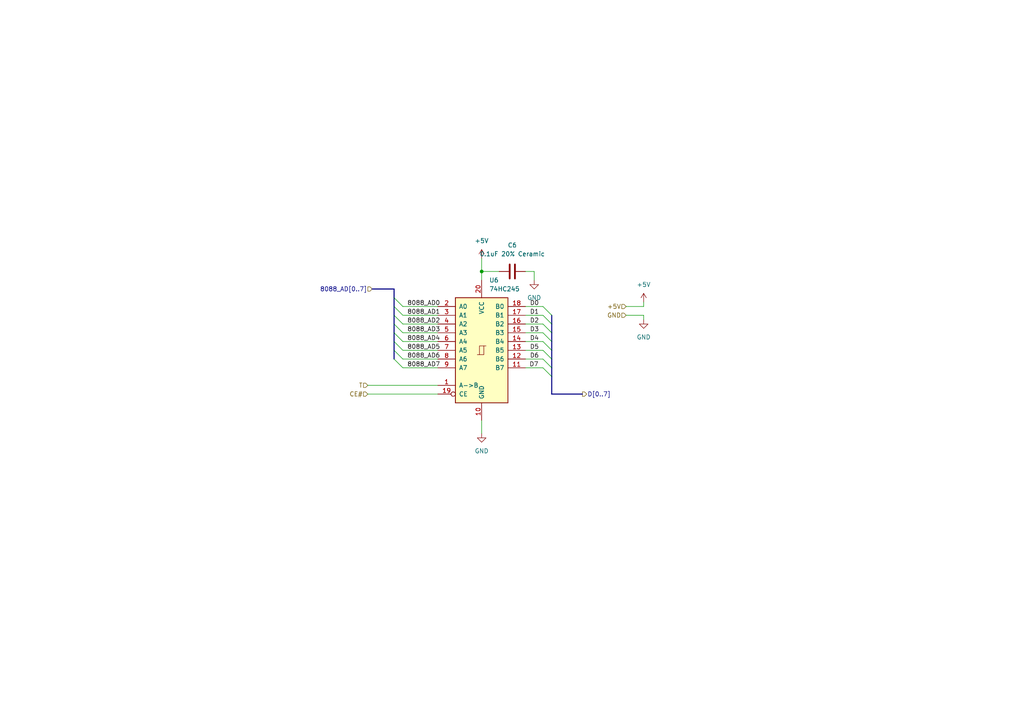
<source format=kicad_sch>
(kicad_sch
	(version 20231120)
	(generator "eeschema")
	(generator_version "8.0")
	(uuid "068e9c68-2006-4104-9f69-e761bed596f4")
	(paper "A4")
	(lib_symbols
		(symbol "74xx:74HC245"
			(pin_names
				(offset 1.016)
			)
			(exclude_from_sim no)
			(in_bom yes)
			(on_board yes)
			(property "Reference" "U"
				(at -7.62 16.51 0)
				(effects
					(font
						(size 1.27 1.27)
					)
				)
			)
			(property "Value" "74HC245"
				(at -7.62 -16.51 0)
				(effects
					(font
						(size 1.27 1.27)
					)
				)
			)
			(property "Footprint" ""
				(at 0 0 0)
				(effects
					(font
						(size 1.27 1.27)
					)
					(hide yes)
				)
			)
			(property "Datasheet" "http://www.ti.com/lit/gpn/sn74HC245"
				(at 0 0 0)
				(effects
					(font
						(size 1.27 1.27)
					)
					(hide yes)
				)
			)
			(property "Description" "Octal BUS Transceivers, 3-State outputs"
				(at 0 0 0)
				(effects
					(font
						(size 1.27 1.27)
					)
					(hide yes)
				)
			)
			(property "ki_locked" ""
				(at 0 0 0)
				(effects
					(font
						(size 1.27 1.27)
					)
				)
			)
			(property "ki_keywords" "HCMOS BUS 3State"
				(at 0 0 0)
				(effects
					(font
						(size 1.27 1.27)
					)
					(hide yes)
				)
			)
			(property "ki_fp_filters" "DIP?20*"
				(at 0 0 0)
				(effects
					(font
						(size 1.27 1.27)
					)
					(hide yes)
				)
			)
			(symbol "74HC245_1_0"
				(polyline
					(pts
						(xy -0.635 -1.27) (xy -0.635 1.27) (xy 0.635 1.27)
					)
					(stroke
						(width 0)
						(type default)
					)
					(fill
						(type none)
					)
				)
				(polyline
					(pts
						(xy -1.27 -1.27) (xy 0.635 -1.27) (xy 0.635 1.27) (xy 1.27 1.27)
					)
					(stroke
						(width 0)
						(type default)
					)
					(fill
						(type none)
					)
				)
				(pin input line
					(at -12.7 -10.16 0)
					(length 5.08)
					(name "A->B"
						(effects
							(font
								(size 1.27 1.27)
							)
						)
					)
					(number "1"
						(effects
							(font
								(size 1.27 1.27)
							)
						)
					)
				)
				(pin power_in line
					(at 0 -20.32 90)
					(length 5.08)
					(name "GND"
						(effects
							(font
								(size 1.27 1.27)
							)
						)
					)
					(number "10"
						(effects
							(font
								(size 1.27 1.27)
							)
						)
					)
				)
				(pin tri_state line
					(at 12.7 -5.08 180)
					(length 5.08)
					(name "B7"
						(effects
							(font
								(size 1.27 1.27)
							)
						)
					)
					(number "11"
						(effects
							(font
								(size 1.27 1.27)
							)
						)
					)
				)
				(pin tri_state line
					(at 12.7 -2.54 180)
					(length 5.08)
					(name "B6"
						(effects
							(font
								(size 1.27 1.27)
							)
						)
					)
					(number "12"
						(effects
							(font
								(size 1.27 1.27)
							)
						)
					)
				)
				(pin tri_state line
					(at 12.7 0 180)
					(length 5.08)
					(name "B5"
						(effects
							(font
								(size 1.27 1.27)
							)
						)
					)
					(number "13"
						(effects
							(font
								(size 1.27 1.27)
							)
						)
					)
				)
				(pin tri_state line
					(at 12.7 2.54 180)
					(length 5.08)
					(name "B4"
						(effects
							(font
								(size 1.27 1.27)
							)
						)
					)
					(number "14"
						(effects
							(font
								(size 1.27 1.27)
							)
						)
					)
				)
				(pin tri_state line
					(at 12.7 5.08 180)
					(length 5.08)
					(name "B3"
						(effects
							(font
								(size 1.27 1.27)
							)
						)
					)
					(number "15"
						(effects
							(font
								(size 1.27 1.27)
							)
						)
					)
				)
				(pin tri_state line
					(at 12.7 7.62 180)
					(length 5.08)
					(name "B2"
						(effects
							(font
								(size 1.27 1.27)
							)
						)
					)
					(number "16"
						(effects
							(font
								(size 1.27 1.27)
							)
						)
					)
				)
				(pin tri_state line
					(at 12.7 10.16 180)
					(length 5.08)
					(name "B1"
						(effects
							(font
								(size 1.27 1.27)
							)
						)
					)
					(number "17"
						(effects
							(font
								(size 1.27 1.27)
							)
						)
					)
				)
				(pin tri_state line
					(at 12.7 12.7 180)
					(length 5.08)
					(name "B0"
						(effects
							(font
								(size 1.27 1.27)
							)
						)
					)
					(number "18"
						(effects
							(font
								(size 1.27 1.27)
							)
						)
					)
				)
				(pin input inverted
					(at -12.7 -12.7 0)
					(length 5.08)
					(name "CE"
						(effects
							(font
								(size 1.27 1.27)
							)
						)
					)
					(number "19"
						(effects
							(font
								(size 1.27 1.27)
							)
						)
					)
				)
				(pin tri_state line
					(at -12.7 12.7 0)
					(length 5.08)
					(name "A0"
						(effects
							(font
								(size 1.27 1.27)
							)
						)
					)
					(number "2"
						(effects
							(font
								(size 1.27 1.27)
							)
						)
					)
				)
				(pin power_in line
					(at 0 20.32 270)
					(length 5.08)
					(name "VCC"
						(effects
							(font
								(size 1.27 1.27)
							)
						)
					)
					(number "20"
						(effects
							(font
								(size 1.27 1.27)
							)
						)
					)
				)
				(pin tri_state line
					(at -12.7 10.16 0)
					(length 5.08)
					(name "A1"
						(effects
							(font
								(size 1.27 1.27)
							)
						)
					)
					(number "3"
						(effects
							(font
								(size 1.27 1.27)
							)
						)
					)
				)
				(pin tri_state line
					(at -12.7 7.62 0)
					(length 5.08)
					(name "A2"
						(effects
							(font
								(size 1.27 1.27)
							)
						)
					)
					(number "4"
						(effects
							(font
								(size 1.27 1.27)
							)
						)
					)
				)
				(pin tri_state line
					(at -12.7 5.08 0)
					(length 5.08)
					(name "A3"
						(effects
							(font
								(size 1.27 1.27)
							)
						)
					)
					(number "5"
						(effects
							(font
								(size 1.27 1.27)
							)
						)
					)
				)
				(pin tri_state line
					(at -12.7 2.54 0)
					(length 5.08)
					(name "A4"
						(effects
							(font
								(size 1.27 1.27)
							)
						)
					)
					(number "6"
						(effects
							(font
								(size 1.27 1.27)
							)
						)
					)
				)
				(pin tri_state line
					(at -12.7 0 0)
					(length 5.08)
					(name "A5"
						(effects
							(font
								(size 1.27 1.27)
							)
						)
					)
					(number "7"
						(effects
							(font
								(size 1.27 1.27)
							)
						)
					)
				)
				(pin tri_state line
					(at -12.7 -2.54 0)
					(length 5.08)
					(name "A6"
						(effects
							(font
								(size 1.27 1.27)
							)
						)
					)
					(number "8"
						(effects
							(font
								(size 1.27 1.27)
							)
						)
					)
				)
				(pin tri_state line
					(at -12.7 -5.08 0)
					(length 5.08)
					(name "A7"
						(effects
							(font
								(size 1.27 1.27)
							)
						)
					)
					(number "9"
						(effects
							(font
								(size 1.27 1.27)
							)
						)
					)
				)
			)
			(symbol "74HC245_1_1"
				(rectangle
					(start -7.62 15.24)
					(end 7.62 -15.24)
					(stroke
						(width 0.254)
						(type default)
					)
					(fill
						(type background)
					)
				)
			)
		)
		(symbol "Device:C"
			(pin_numbers hide)
			(pin_names
				(offset 0.254)
			)
			(exclude_from_sim no)
			(in_bom yes)
			(on_board yes)
			(property "Reference" "C"
				(at 0.635 2.54 0)
				(effects
					(font
						(size 1.27 1.27)
					)
					(justify left)
				)
			)
			(property "Value" "C"
				(at 0.635 -2.54 0)
				(effects
					(font
						(size 1.27 1.27)
					)
					(justify left)
				)
			)
			(property "Footprint" ""
				(at 0.9652 -3.81 0)
				(effects
					(font
						(size 1.27 1.27)
					)
					(hide yes)
				)
			)
			(property "Datasheet" "~"
				(at 0 0 0)
				(effects
					(font
						(size 1.27 1.27)
					)
					(hide yes)
				)
			)
			(property "Description" "Unpolarized capacitor"
				(at 0 0 0)
				(effects
					(font
						(size 1.27 1.27)
					)
					(hide yes)
				)
			)
			(property "ki_keywords" "cap capacitor"
				(at 0 0 0)
				(effects
					(font
						(size 1.27 1.27)
					)
					(hide yes)
				)
			)
			(property "ki_fp_filters" "C_*"
				(at 0 0 0)
				(effects
					(font
						(size 1.27 1.27)
					)
					(hide yes)
				)
			)
			(symbol "C_0_1"
				(polyline
					(pts
						(xy -2.032 -0.762) (xy 2.032 -0.762)
					)
					(stroke
						(width 0.508)
						(type default)
					)
					(fill
						(type none)
					)
				)
				(polyline
					(pts
						(xy -2.032 0.762) (xy 2.032 0.762)
					)
					(stroke
						(width 0.508)
						(type default)
					)
					(fill
						(type none)
					)
				)
			)
			(symbol "C_1_1"
				(pin passive line
					(at 0 3.81 270)
					(length 2.794)
					(name "~"
						(effects
							(font
								(size 1.27 1.27)
							)
						)
					)
					(number "1"
						(effects
							(font
								(size 1.27 1.27)
							)
						)
					)
				)
				(pin passive line
					(at 0 -3.81 90)
					(length 2.794)
					(name "~"
						(effects
							(font
								(size 1.27 1.27)
							)
						)
					)
					(number "2"
						(effects
							(font
								(size 1.27 1.27)
							)
						)
					)
				)
			)
		)
		(symbol "power:+5V"
			(power)
			(pin_names
				(offset 0)
			)
			(exclude_from_sim no)
			(in_bom yes)
			(on_board yes)
			(property "Reference" "#PWR"
				(at 0 -3.81 0)
				(effects
					(font
						(size 1.27 1.27)
					)
					(hide yes)
				)
			)
			(property "Value" "+5V"
				(at 0 3.556 0)
				(effects
					(font
						(size 1.27 1.27)
					)
				)
			)
			(property "Footprint" ""
				(at 0 0 0)
				(effects
					(font
						(size 1.27 1.27)
					)
					(hide yes)
				)
			)
			(property "Datasheet" ""
				(at 0 0 0)
				(effects
					(font
						(size 1.27 1.27)
					)
					(hide yes)
				)
			)
			(property "Description" "Power symbol creates a global label with name \"+5V\""
				(at 0 0 0)
				(effects
					(font
						(size 1.27 1.27)
					)
					(hide yes)
				)
			)
			(property "ki_keywords" "global power"
				(at 0 0 0)
				(effects
					(font
						(size 1.27 1.27)
					)
					(hide yes)
				)
			)
			(symbol "+5V_0_1"
				(polyline
					(pts
						(xy -0.762 1.27) (xy 0 2.54)
					)
					(stroke
						(width 0)
						(type default)
					)
					(fill
						(type none)
					)
				)
				(polyline
					(pts
						(xy 0 0) (xy 0 2.54)
					)
					(stroke
						(width 0)
						(type default)
					)
					(fill
						(type none)
					)
				)
				(polyline
					(pts
						(xy 0 2.54) (xy 0.762 1.27)
					)
					(stroke
						(width 0)
						(type default)
					)
					(fill
						(type none)
					)
				)
			)
			(symbol "+5V_1_1"
				(pin power_in line
					(at 0 0 90)
					(length 0) hide
					(name "+5V"
						(effects
							(font
								(size 1.27 1.27)
							)
						)
					)
					(number "1"
						(effects
							(font
								(size 1.27 1.27)
							)
						)
					)
				)
			)
		)
		(symbol "power:GND"
			(power)
			(pin_names
				(offset 0)
			)
			(exclude_from_sim no)
			(in_bom yes)
			(on_board yes)
			(property "Reference" "#PWR"
				(at 0 -6.35 0)
				(effects
					(font
						(size 1.27 1.27)
					)
					(hide yes)
				)
			)
			(property "Value" "GND"
				(at 0 -3.81 0)
				(effects
					(font
						(size 1.27 1.27)
					)
				)
			)
			(property "Footprint" ""
				(at 0 0 0)
				(effects
					(font
						(size 1.27 1.27)
					)
					(hide yes)
				)
			)
			(property "Datasheet" ""
				(at 0 0 0)
				(effects
					(font
						(size 1.27 1.27)
					)
					(hide yes)
				)
			)
			(property "Description" "Power symbol creates a global label with name \"GND\" , ground"
				(at 0 0 0)
				(effects
					(font
						(size 1.27 1.27)
					)
					(hide yes)
				)
			)
			(property "ki_keywords" "global power"
				(at 0 0 0)
				(effects
					(font
						(size 1.27 1.27)
					)
					(hide yes)
				)
			)
			(symbol "GND_0_1"
				(polyline
					(pts
						(xy 0 0) (xy 0 -1.27) (xy 1.27 -1.27) (xy 0 -2.54) (xy -1.27 -1.27) (xy 0 -1.27)
					)
					(stroke
						(width 0)
						(type default)
					)
					(fill
						(type none)
					)
				)
			)
			(symbol "GND_1_1"
				(pin power_in line
					(at 0 0 270)
					(length 0) hide
					(name "GND"
						(effects
							(font
								(size 1.27 1.27)
							)
						)
					)
					(number "1"
						(effects
							(font
								(size 1.27 1.27)
							)
						)
					)
				)
			)
		)
	)
	(junction
		(at 139.7 78.74)
		(diameter 0)
		(color 0 0 0 0)
		(uuid "f9bd0fed-2dc6-4d0d-a08e-db1fcf661ced")
	)
	(bus_entry
		(at 114.3 104.14)
		(size 2.54 2.54)
		(stroke
			(width 0)
			(type default)
		)
		(uuid "1000fb17-72de-4c48-9332-49f108906f27")
	)
	(bus_entry
		(at 157.48 106.68)
		(size 2.54 2.54)
		(stroke
			(width 0)
			(type default)
		)
		(uuid "18efae82-3259-4f06-bd06-7404f2420f9f")
	)
	(bus_entry
		(at 114.3 86.36)
		(size 2.54 2.54)
		(stroke
			(width 0)
			(type default)
		)
		(uuid "203357b2-2205-4e94-8d4e-8a3e0fef6797")
	)
	(bus_entry
		(at 114.3 101.6)
		(size 2.54 2.54)
		(stroke
			(width 0)
			(type default)
		)
		(uuid "2385c36f-1485-4706-bc6f-b1ac27213bb7")
	)
	(bus_entry
		(at 114.3 93.98)
		(size 2.54 2.54)
		(stroke
			(width 0)
			(type default)
		)
		(uuid "4bfb4bd1-af45-44ca-bead-b5261c4b7eff")
	)
	(bus_entry
		(at 114.3 96.52)
		(size 2.54 2.54)
		(stroke
			(width 0)
			(type default)
		)
		(uuid "4deac3bb-63fa-4b13-9dc6-6e05487b3a61")
	)
	(bus_entry
		(at 114.3 91.44)
		(size 2.54 2.54)
		(stroke
			(width 0)
			(type default)
		)
		(uuid "7d479ce2-db5c-4218-bb07-27741970f6dc")
	)
	(bus_entry
		(at 114.3 88.9)
		(size 2.54 2.54)
		(stroke
			(width 0)
			(type default)
		)
		(uuid "90c6ed74-f7f2-40e4-b784-a0655fa7afaa")
	)
	(bus_entry
		(at 157.48 101.6)
		(size 2.54 2.54)
		(stroke
			(width 0)
			(type default)
		)
		(uuid "9d9663eb-1eaa-477e-af26-db4cb94d8073")
	)
	(bus_entry
		(at 157.48 99.06)
		(size 2.54 2.54)
		(stroke
			(width 0)
			(type default)
		)
		(uuid "a0f4aaea-cc69-4682-9f5d-0c725a6d6801")
	)
	(bus_entry
		(at 157.48 93.98)
		(size 2.54 2.54)
		(stroke
			(width 0)
			(type default)
		)
		(uuid "b0454f4e-9514-4af1-8ab8-706371354576")
	)
	(bus_entry
		(at 157.48 96.52)
		(size 2.54 2.54)
		(stroke
			(width 0)
			(type default)
		)
		(uuid "b5113e8a-ea87-4ce4-9dd6-dc7fae05240b")
	)
	(bus_entry
		(at 114.3 99.06)
		(size 2.54 2.54)
		(stroke
			(width 0)
			(type default)
		)
		(uuid "c1e8198a-5faa-4bcd-91c4-e662f1f3e7bb")
	)
	(bus_entry
		(at 157.48 91.44)
		(size 2.54 2.54)
		(stroke
			(width 0)
			(type default)
		)
		(uuid "dfc3c4ba-96b8-47d4-ab05-a8e28920901a")
	)
	(bus_entry
		(at 157.48 88.9)
		(size 2.54 2.54)
		(stroke
			(width 0)
			(type default)
		)
		(uuid "e370e9f3-5671-4c81-8cb3-5cea227bec60")
	)
	(bus_entry
		(at 157.48 104.14)
		(size 2.54 2.54)
		(stroke
			(width 0)
			(type default)
		)
		(uuid "ee5c1eec-901a-4663-abbf-da1af2bbeb60")
	)
	(wire
		(pts
			(xy 139.7 74.93) (xy 139.7 78.74)
		)
		(stroke
			(width 0)
			(type default)
		)
		(uuid "01d108b0-c9b4-4583-bb81-6e7e2b089d00")
	)
	(bus
		(pts
			(xy 114.3 96.52) (xy 114.3 99.06)
		)
		(stroke
			(width 0)
			(type default)
		)
		(uuid "04ed46a4-0d6a-4655-b449-9f6768c3b1e7")
	)
	(bus
		(pts
			(xy 160.02 101.6) (xy 160.02 104.14)
		)
		(stroke
			(width 0)
			(type default)
		)
		(uuid "05b68496-26a9-4eae-938b-f169cc93d6b1")
	)
	(wire
		(pts
			(xy 116.84 106.68) (xy 127 106.68)
		)
		(stroke
			(width 0)
			(type default)
		)
		(uuid "060456d9-a745-46d1-a2ce-09c0e4b4b3ea")
	)
	(wire
		(pts
			(xy 116.84 101.6) (xy 127 101.6)
		)
		(stroke
			(width 0)
			(type default)
		)
		(uuid "08f11f9e-c62f-4ca5-a662-c20890c63636")
	)
	(wire
		(pts
			(xy 152.4 106.68) (xy 157.48 106.68)
		)
		(stroke
			(width 0)
			(type default)
		)
		(uuid "0b7ce7f4-f9b9-46f2-8078-34371c7a16ca")
	)
	(wire
		(pts
			(xy 139.7 78.74) (xy 144.78 78.74)
		)
		(stroke
			(width 0)
			(type default)
		)
		(uuid "17f2ebdc-8dcc-4d21-ac78-593a28336618")
	)
	(wire
		(pts
			(xy 181.61 91.44) (xy 186.69 91.44)
		)
		(stroke
			(width 0)
			(type default)
		)
		(uuid "23bebbc9-43a0-45de-b56c-80a64c8e2ef5")
	)
	(wire
		(pts
			(xy 152.4 99.06) (xy 157.48 99.06)
		)
		(stroke
			(width 0)
			(type default)
		)
		(uuid "2a7bf8de-21ab-49a7-9c9b-2df008e2a124")
	)
	(bus
		(pts
			(xy 160.02 91.44) (xy 160.02 93.98)
		)
		(stroke
			(width 0)
			(type default)
		)
		(uuid "348218ce-84b5-4154-a5e9-bca8eb4e97a5")
	)
	(bus
		(pts
			(xy 160.02 93.98) (xy 160.02 96.52)
		)
		(stroke
			(width 0)
			(type default)
		)
		(uuid "379cdb44-8b4e-4692-a5ea-02153c62f8a1")
	)
	(bus
		(pts
			(xy 160.02 114.3) (xy 168.91 114.3)
		)
		(stroke
			(width 0)
			(type default)
		)
		(uuid "3a48ad9b-0122-456e-8ce1-1d176d05ea9a")
	)
	(wire
		(pts
			(xy 116.84 91.44) (xy 127 91.44)
		)
		(stroke
			(width 0)
			(type default)
		)
		(uuid "4ba1a6a4-b1aa-4b2b-b493-e10ca483916b")
	)
	(wire
		(pts
			(xy 152.4 96.52) (xy 157.48 96.52)
		)
		(stroke
			(width 0)
			(type default)
		)
		(uuid "4fe610ed-c829-41fa-8dd1-241116a1508e")
	)
	(wire
		(pts
			(xy 116.84 93.98) (xy 127 93.98)
		)
		(stroke
			(width 0)
			(type default)
		)
		(uuid "563cd7f2-8e3f-4ded-8c2d-56460d8b64d2")
	)
	(bus
		(pts
			(xy 114.3 91.44) (xy 114.3 93.98)
		)
		(stroke
			(width 0)
			(type default)
		)
		(uuid "601203d9-bd9b-4780-bdf1-370c4eea3813")
	)
	(wire
		(pts
			(xy 116.84 104.14) (xy 127 104.14)
		)
		(stroke
			(width 0)
			(type default)
		)
		(uuid "61ed65e5-3d58-40e3-af5b-becf9b53e0b2")
	)
	(bus
		(pts
			(xy 160.02 96.52) (xy 160.02 99.06)
		)
		(stroke
			(width 0)
			(type default)
		)
		(uuid "657cdbf6-e47a-490e-b6ba-8a6f1f2975e9")
	)
	(bus
		(pts
			(xy 114.3 83.82) (xy 114.3 86.36)
		)
		(stroke
			(width 0)
			(type default)
		)
		(uuid "6e3120db-6725-4bae-95b6-49cf97f09b19")
	)
	(wire
		(pts
			(xy 152.4 88.9) (xy 157.48 88.9)
		)
		(stroke
			(width 0)
			(type default)
		)
		(uuid "71932fc1-954e-4d0c-b59f-76a37cc862fa")
	)
	(bus
		(pts
			(xy 114.3 99.06) (xy 114.3 101.6)
		)
		(stroke
			(width 0)
			(type default)
		)
		(uuid "79d1cb16-5850-4a1b-8722-c57bc99a43a4")
	)
	(bus
		(pts
			(xy 107.95 83.82) (xy 114.3 83.82)
		)
		(stroke
			(width 0)
			(type default)
		)
		(uuid "7ba8b982-376b-4244-af60-96f3385d2c54")
	)
	(bus
		(pts
			(xy 160.02 109.22) (xy 160.02 114.3)
		)
		(stroke
			(width 0)
			(type default)
		)
		(uuid "83251ad4-5c8c-41bb-90fc-fc6d254304d7")
	)
	(wire
		(pts
			(xy 152.4 78.74) (xy 154.94 78.74)
		)
		(stroke
			(width 0)
			(type default)
		)
		(uuid "8b6dfea6-675f-41ee-b523-5f75e509f405")
	)
	(bus
		(pts
			(xy 114.3 86.36) (xy 114.3 88.9)
		)
		(stroke
			(width 0)
			(type default)
		)
		(uuid "8ee44af4-2894-4e8f-b1c5-d08b337c610b")
	)
	(bus
		(pts
			(xy 114.3 88.9) (xy 114.3 91.44)
		)
		(stroke
			(width 0)
			(type default)
		)
		(uuid "9024b20f-7ebb-44ad-8dc7-2813f1fd61fe")
	)
	(wire
		(pts
			(xy 106.68 114.3) (xy 127 114.3)
		)
		(stroke
			(width 0)
			(type default)
		)
		(uuid "90c83e7e-094c-4481-95cd-20cfaefb17eb")
	)
	(wire
		(pts
			(xy 154.94 78.74) (xy 154.94 81.28)
		)
		(stroke
			(width 0)
			(type default)
		)
		(uuid "9322345e-c87d-48c3-ab07-9ec3ede347cd")
	)
	(wire
		(pts
			(xy 152.4 91.44) (xy 157.48 91.44)
		)
		(stroke
			(width 0)
			(type default)
		)
		(uuid "98bb8793-f0b9-419d-bd50-3966c838352b")
	)
	(wire
		(pts
			(xy 152.4 104.14) (xy 157.48 104.14)
		)
		(stroke
			(width 0)
			(type default)
		)
		(uuid "9db1e7fe-09c8-49b7-a24d-e14ecee8e58e")
	)
	(wire
		(pts
			(xy 186.69 88.9) (xy 186.69 87.63)
		)
		(stroke
			(width 0)
			(type default)
		)
		(uuid "a09e4c35-2ddf-4a8a-874c-acfec7bd77b4")
	)
	(wire
		(pts
			(xy 116.84 96.52) (xy 127 96.52)
		)
		(stroke
			(width 0)
			(type default)
		)
		(uuid "a112140e-d6e3-47f2-a989-29df7ab8e475")
	)
	(wire
		(pts
			(xy 106.68 111.76) (xy 127 111.76)
		)
		(stroke
			(width 0)
			(type default)
		)
		(uuid "abcc79df-7376-4afb-8ce9-81bf043a05c7")
	)
	(bus
		(pts
			(xy 114.3 101.6) (xy 114.3 104.14)
		)
		(stroke
			(width 0)
			(type default)
		)
		(uuid "bb566b2b-d9a3-4562-b8a1-fad814f40be3")
	)
	(wire
		(pts
			(xy 116.84 99.06) (xy 127 99.06)
		)
		(stroke
			(width 0)
			(type default)
		)
		(uuid "bbe0116e-f8f8-4524-944f-11a3d153b9c8")
	)
	(wire
		(pts
			(xy 139.7 121.92) (xy 139.7 125.73)
		)
		(stroke
			(width 0)
			(type default)
		)
		(uuid "bd952b00-7da5-4d9c-a768-d5869de0db33")
	)
	(wire
		(pts
			(xy 186.69 91.44) (xy 186.69 92.71)
		)
		(stroke
			(width 0)
			(type default)
		)
		(uuid "c3e4ca2d-f941-4701-9cba-9159e4443937")
	)
	(bus
		(pts
			(xy 160.02 104.14) (xy 160.02 106.68)
		)
		(stroke
			(width 0)
			(type default)
		)
		(uuid "c4554bee-08af-4688-b439-3fb9e24e26ca")
	)
	(wire
		(pts
			(xy 152.4 101.6) (xy 157.48 101.6)
		)
		(stroke
			(width 0)
			(type default)
		)
		(uuid "d41c41c1-b3c2-476d-ab81-28433c078f54")
	)
	(wire
		(pts
			(xy 181.61 88.9) (xy 186.69 88.9)
		)
		(stroke
			(width 0)
			(type default)
		)
		(uuid "d71e5fc8-d85b-44be-a25d-41e3886ca585")
	)
	(wire
		(pts
			(xy 152.4 93.98) (xy 157.48 93.98)
		)
		(stroke
			(width 0)
			(type default)
		)
		(uuid "d868b314-51fc-4fcc-be8a-6ba01f2c1bb4")
	)
	(bus
		(pts
			(xy 114.3 93.98) (xy 114.3 96.52)
		)
		(stroke
			(width 0)
			(type default)
		)
		(uuid "da63278a-36a5-4419-86b0-cdc653fdc5bf")
	)
	(wire
		(pts
			(xy 116.84 88.9) (xy 127 88.9)
		)
		(stroke
			(width 0)
			(type default)
		)
		(uuid "ed4ad1aa-cf53-477f-b91d-18a998294141")
	)
	(bus
		(pts
			(xy 160.02 106.68) (xy 160.02 109.22)
		)
		(stroke
			(width 0)
			(type default)
		)
		(uuid "f104a389-4456-4518-8a5a-75982d2967d0")
	)
	(bus
		(pts
			(xy 160.02 99.06) (xy 160.02 101.6)
		)
		(stroke
			(width 0)
			(type default)
		)
		(uuid "f1ea6ff3-969e-4c9f-a5a9-725eef19375e")
	)
	(wire
		(pts
			(xy 139.7 78.74) (xy 139.7 81.28)
		)
		(stroke
			(width 0)
			(type default)
		)
		(uuid "f3e25adb-d757-4a11-a98c-724c13aa6224")
	)
	(label "8088_AD1"
		(at 118.11 91.44 0)
		(fields_autoplaced yes)
		(effects
			(font
				(size 1.27 1.27)
			)
			(justify left bottom)
		)
		(uuid "0265c8f0-4e92-4679-a7db-6751fc780821")
	)
	(label "D4"
		(at 153.67 99.06 0)
		(fields_autoplaced yes)
		(effects
			(font
				(size 1.27 1.27)
			)
			(justify left bottom)
		)
		(uuid "0aa152e0-c745-4e54-ad15-6ed429154b6d")
	)
	(label "D1"
		(at 153.67 91.44 0)
		(fields_autoplaced yes)
		(effects
			(font
				(size 1.27 1.27)
			)
			(justify left bottom)
		)
		(uuid "1460b6fe-d1ef-4eb6-b329-9638c9ba4307")
	)
	(label "8088_AD6"
		(at 118.11 104.14 0)
		(fields_autoplaced yes)
		(effects
			(font
				(size 1.27 1.27)
			)
			(justify left bottom)
		)
		(uuid "183d2465-864a-48fd-9099-d2bcae44414f")
	)
	(label "D2"
		(at 153.67 93.98 0)
		(fields_autoplaced yes)
		(effects
			(font
				(size 1.27 1.27)
			)
			(justify left bottom)
		)
		(uuid "22e9fa69-7c67-4d44-9fa5-b7196ec537be")
	)
	(label "D3"
		(at 153.67 96.52 0)
		(fields_autoplaced yes)
		(effects
			(font
				(size 1.27 1.27)
			)
			(justify left bottom)
		)
		(uuid "25150d6c-fda5-49ab-88b5-9e8e6f77e615")
	)
	(label "8088_AD4"
		(at 118.11 99.06 0)
		(fields_autoplaced yes)
		(effects
			(font
				(size 1.27 1.27)
			)
			(justify left bottom)
		)
		(uuid "3acec019-b12e-4a69-9538-0b513e88da1c")
	)
	(label "8088_AD5"
		(at 118.11 101.6 0)
		(fields_autoplaced yes)
		(effects
			(font
				(size 1.27 1.27)
			)
			(justify left bottom)
		)
		(uuid "48474b59-8525-4694-a9b1-0135676e0013")
	)
	(label "D0"
		(at 153.67 88.9 0)
		(fields_autoplaced yes)
		(effects
			(font
				(size 1.27 1.27)
			)
			(justify left bottom)
		)
		(uuid "504c3821-767c-4ec7-a7ef-df5c4fae5f6b")
	)
	(label "8088_AD0"
		(at 118.11 88.9 0)
		(fields_autoplaced yes)
		(effects
			(font
				(size 1.27 1.27)
			)
			(justify left bottom)
		)
		(uuid "580c57b1-6bfd-442f-b219-85e0f954dbb0")
	)
	(label "8088_AD2"
		(at 118.11 93.98 0)
		(fields_autoplaced yes)
		(effects
			(font
				(size 1.27 1.27)
			)
			(justify left bottom)
		)
		(uuid "7480ec7d-e792-4844-96db-3cfb06418ea3")
	)
	(label "8088_AD7"
		(at 118.11 106.68 0)
		(fields_autoplaced yes)
		(effects
			(font
				(size 1.27 1.27)
			)
			(justify left bottom)
		)
		(uuid "78339e56-f8d1-4f59-a431-ad88cb8ff4cb")
	)
	(label "D6"
		(at 153.67 104.14 0)
		(fields_autoplaced yes)
		(effects
			(font
				(size 1.27 1.27)
			)
			(justify left bottom)
		)
		(uuid "96b7c65f-1aac-4b0f-b21f-deb256ff5403")
	)
	(label "8088_AD3"
		(at 118.11 96.52 0)
		(fields_autoplaced yes)
		(effects
			(font
				(size 1.27 1.27)
			)
			(justify left bottom)
		)
		(uuid "a8d50092-aa15-417b-9e92-fe8aa48fe052")
	)
	(label "D7"
		(at 153.5221 106.68 0)
		(fields_autoplaced yes)
		(effects
			(font
				(size 1.27 1.27)
			)
			(justify left bottom)
		)
		(uuid "d1eed2d1-d470-402a-b5a9-42c7d03fa0d8")
	)
	(label "D5"
		(at 153.67 101.6 0)
		(fields_autoplaced yes)
		(effects
			(font
				(size 1.27 1.27)
			)
			(justify left bottom)
		)
		(uuid "e675861c-860a-4202-a619-e039b54f8d36")
	)
	(hierarchical_label "+5V"
		(shape input)
		(at 181.61 88.9 180)
		(fields_autoplaced yes)
		(effects
			(font
				(size 1.27 1.27)
			)
			(justify right)
		)
		(uuid "167ea5cc-3fc9-4e19-82f1-2a570d695654")
	)
	(hierarchical_label "GND"
		(shape input)
		(at 181.61 91.44 180)
		(fields_autoplaced yes)
		(effects
			(font
				(size 1.27 1.27)
			)
			(justify right)
		)
		(uuid "2dacb60e-93a8-42b0-b707-0d77c9a04910")
	)
	(hierarchical_label "8088_AD[0..7]"
		(shape input)
		(at 107.95 83.82 180)
		(fields_autoplaced yes)
		(effects
			(font
				(size 1.27 1.27)
			)
			(justify right)
		)
		(uuid "5f594c43-2e68-4255-8ead-1113d41fe232")
	)
	(hierarchical_label "T"
		(shape input)
		(at 106.68 111.76 180)
		(fields_autoplaced yes)
		(effects
			(font
				(size 1.27 1.27)
			)
			(justify right)
		)
		(uuid "67089908-e622-4903-aed8-75fb278ca709")
	)
	(hierarchical_label "D[0..7]"
		(shape output)
		(at 168.91 114.3 0)
		(fields_autoplaced yes)
		(effects
			(font
				(size 1.27 1.27)
			)
			(justify left)
		)
		(uuid "6f0d16fc-40fa-4b24-b2c4-25bf51bef232")
	)
	(hierarchical_label "CE#"
		(shape input)
		(at 106.68 114.3 180)
		(fields_autoplaced yes)
		(effects
			(font
				(size 1.27 1.27)
			)
			(justify right)
		)
		(uuid "72285e8e-d697-405e-ae4b-b782c3c68c25")
	)
	(symbol
		(lib_id "power:GND")
		(at 186.69 92.71 0)
		(unit 1)
		(exclude_from_sim no)
		(in_bom yes)
		(on_board yes)
		(dnp no)
		(fields_autoplaced yes)
		(uuid "17ae8a68-bf8a-4e73-95da-3efeebab5a1a")
		(property "Reference" "#PWR057"
			(at 186.69 99.06 0)
			(effects
				(font
					(size 1.27 1.27)
				)
				(hide yes)
			)
		)
		(property "Value" "GND"
			(at 186.69 97.79 0)
			(effects
				(font
					(size 1.27 1.27)
				)
			)
		)
		(property "Footprint" ""
			(at 186.69 92.71 0)
			(effects
				(font
					(size 1.27 1.27)
				)
				(hide yes)
			)
		)
		(property "Datasheet" ""
			(at 186.69 92.71 0)
			(effects
				(font
					(size 1.27 1.27)
				)
				(hide yes)
			)
		)
		(property "Description" ""
			(at 186.69 92.71 0)
			(effects
				(font
					(size 1.27 1.27)
				)
				(hide yes)
			)
		)
		(pin "1"
			(uuid "becf2144-386c-4bab-8080-c1264bc034ba")
		)
		(instances
			(project "sbc_8088"
				(path "/5e468d94-0319-44d1-a77f-2adc451eed13/e0da2df2-77fd-4360-b71c-7e802397f430"
					(reference "#PWR057")
					(unit 1)
				)
			)
		)
	)
	(symbol
		(lib_id "power:GND")
		(at 139.7 125.73 0)
		(unit 1)
		(exclude_from_sim no)
		(in_bom yes)
		(on_board yes)
		(dnp no)
		(fields_autoplaced yes)
		(uuid "27f896e5-e78f-4aaf-922d-061ea34e7000")
		(property "Reference" "#PWR058"
			(at 139.7 132.08 0)
			(effects
				(font
					(size 1.27 1.27)
				)
				(hide yes)
			)
		)
		(property "Value" "GND"
			(at 139.7 130.81 0)
			(effects
				(font
					(size 1.27 1.27)
				)
			)
		)
		(property "Footprint" ""
			(at 139.7 125.73 0)
			(effects
				(font
					(size 1.27 1.27)
				)
				(hide yes)
			)
		)
		(property "Datasheet" ""
			(at 139.7 125.73 0)
			(effects
				(font
					(size 1.27 1.27)
				)
				(hide yes)
			)
		)
		(property "Description" ""
			(at 139.7 125.73 0)
			(effects
				(font
					(size 1.27 1.27)
				)
				(hide yes)
			)
		)
		(pin "1"
			(uuid "687009e5-d44f-4d76-b865-6d5d10bb0192")
		)
		(instances
			(project "sbc_8088"
				(path "/5e468d94-0319-44d1-a77f-2adc451eed13/e0da2df2-77fd-4360-b71c-7e802397f430"
					(reference "#PWR058")
					(unit 1)
				)
			)
		)
	)
	(symbol
		(lib_id "Device:C")
		(at 148.59 78.74 90)
		(unit 1)
		(exclude_from_sim no)
		(in_bom yes)
		(on_board yes)
		(dnp no)
		(fields_autoplaced yes)
		(uuid "2bdf788e-17d3-4401-9119-4eb72a5a4a94")
		(property "Reference" "C6"
			(at 148.59 71.12 90)
			(effects
				(font
					(size 1.27 1.27)
				)
			)
		)
		(property "Value" "0.1uF 20% Ceramic"
			(at 148.59 73.66 90)
			(effects
				(font
					(size 1.27 1.27)
				)
			)
		)
		(property "Footprint" "Capacitor_SMD:C_0805_2012Metric"
			(at 152.4 77.7748 0)
			(effects
				(font
					(size 1.27 1.27)
				)
				(hide yes)
			)
		)
		(property "Datasheet" "~"
			(at 148.59 78.74 0)
			(effects
				(font
					(size 1.27 1.27)
				)
				(hide yes)
			)
		)
		(property "Description" ""
			(at 148.59 78.74 0)
			(effects
				(font
					(size 1.27 1.27)
				)
				(hide yes)
			)
		)
		(pin "1"
			(uuid "9bb1720c-8123-4ef2-9e7c-9570ba2b7eab")
		)
		(pin "2"
			(uuid "4eb61414-70cb-4fe7-b741-7c79658cd82a")
		)
		(instances
			(project "sbc_8088"
				(path "/5e468d94-0319-44d1-a77f-2adc451eed13/e0da2df2-77fd-4360-b71c-7e802397f430"
					(reference "C6")
					(unit 1)
				)
			)
		)
	)
	(symbol
		(lib_id "power:+5V")
		(at 139.7 74.93 0)
		(unit 1)
		(exclude_from_sim no)
		(in_bom yes)
		(on_board yes)
		(dnp no)
		(fields_autoplaced yes)
		(uuid "773d4e5b-749c-4521-8dad-4d398cd1bc4d")
		(property "Reference" "#PWR054"
			(at 139.7 78.74 0)
			(effects
				(font
					(size 1.27 1.27)
				)
				(hide yes)
			)
		)
		(property "Value" "+5V"
			(at 139.7 69.85 0)
			(effects
				(font
					(size 1.27 1.27)
				)
			)
		)
		(property "Footprint" ""
			(at 139.7 74.93 0)
			(effects
				(font
					(size 1.27 1.27)
				)
				(hide yes)
			)
		)
		(property "Datasheet" ""
			(at 139.7 74.93 0)
			(effects
				(font
					(size 1.27 1.27)
				)
				(hide yes)
			)
		)
		(property "Description" ""
			(at 139.7 74.93 0)
			(effects
				(font
					(size 1.27 1.27)
				)
				(hide yes)
			)
		)
		(pin "1"
			(uuid "1cf81ce3-f8c0-4319-b587-5ffc0c7dd76c")
		)
		(instances
			(project "sbc_8088"
				(path "/5e468d94-0319-44d1-a77f-2adc451eed13/e0da2df2-77fd-4360-b71c-7e802397f430"
					(reference "#PWR054")
					(unit 1)
				)
			)
		)
	)
	(symbol
		(lib_id "74xx:74HC245")
		(at 139.7 101.6 0)
		(unit 1)
		(exclude_from_sim no)
		(in_bom yes)
		(on_board yes)
		(dnp no)
		(fields_autoplaced yes)
		(uuid "7d4feee6-3378-4187-9d9e-09263f252068")
		(property "Reference" "U6"
			(at 141.8941 81.28 0)
			(effects
				(font
					(size 1.27 1.27)
				)
				(justify left)
			)
		)
		(property "Value" "74HC245"
			(at 141.8941 83.82 0)
			(effects
				(font
					(size 1.27 1.27)
				)
				(justify left)
			)
		)
		(property "Footprint" "Package_DIP:DIP-20_W7.62mm_Socket"
			(at 139.7 101.6 0)
			(effects
				(font
					(size 1.27 1.27)
				)
				(hide yes)
			)
		)
		(property "Datasheet" "http://www.ti.com/lit/gpn/sn74HC245"
			(at 139.7 101.6 0)
			(effects
				(font
					(size 1.27 1.27)
				)
				(hide yes)
			)
		)
		(property "Description" ""
			(at 139.7 101.6 0)
			(effects
				(font
					(size 1.27 1.27)
				)
				(hide yes)
			)
		)
		(pin "18"
			(uuid "0b024358-e10e-4f71-b73f-9280c4ed747d")
		)
		(pin "12"
			(uuid "188c5e85-b0ee-4813-a29e-f77fac2b4d57")
		)
		(pin "14"
			(uuid "0105d300-be9e-4e21-8285-563b6636b597")
		)
		(pin "1"
			(uuid "b5150b8d-7c16-49b1-a26b-95ea66755a84")
		)
		(pin "20"
			(uuid "5eedb6fa-0763-4b29-b23d-86b30d4c7386")
		)
		(pin "3"
			(uuid "bd63ced3-cde9-4c73-adec-5cc03432e804")
		)
		(pin "4"
			(uuid "18aca41c-c158-46e3-a2c9-e29050171850")
		)
		(pin "6"
			(uuid "32ab7845-178e-4cc5-a3ca-1c0aeb525885")
		)
		(pin "8"
			(uuid "5302a4a4-5836-4904-a6cd-3fabeb6777a7")
		)
		(pin "9"
			(uuid "6668c55a-72c7-47ca-9e86-03b5b47925d4")
		)
		(pin "5"
			(uuid "b760e630-11be-4b34-8955-920c8831b57e")
		)
		(pin "7"
			(uuid "57ca9ef8-9c70-434b-b52e-47f5c8739ab9")
		)
		(pin "19"
			(uuid "eb4fbcb2-678a-4e1f-9539-69bbf810ea1a")
		)
		(pin "2"
			(uuid "2eb9bf52-871b-4aad-b4c1-f2feb504fca2")
		)
		(pin "13"
			(uuid "07682da3-af50-44ca-baf9-6257b895cf2d")
		)
		(pin "10"
			(uuid "a3da5bb4-235a-4612-b7ac-b3575b1bbf42")
		)
		(pin "15"
			(uuid "e0a212b2-2efa-4809-8675-9d0228fc7211")
		)
		(pin "11"
			(uuid "1bd1280e-c0fa-4f4e-822e-eb7a1d539be8")
		)
		(pin "17"
			(uuid "4921400f-a5a0-4ed6-abdb-16360eabfe3a")
		)
		(pin "16"
			(uuid "78c32e93-367d-4dda-a538-7c6e9ff35d9d")
		)
		(instances
			(project "sbc_8088"
				(path "/5e468d94-0319-44d1-a77f-2adc451eed13/e0da2df2-77fd-4360-b71c-7e802397f430"
					(reference "U6")
					(unit 1)
				)
			)
		)
	)
	(symbol
		(lib_id "power:GND")
		(at 154.94 81.28 0)
		(unit 1)
		(exclude_from_sim no)
		(in_bom yes)
		(on_board yes)
		(dnp no)
		(uuid "87e53c58-a500-4cc7-9806-150154438ca9")
		(property "Reference" "#PWR055"
			(at 154.94 87.63 0)
			(effects
				(font
					(size 1.27 1.27)
				)
				(hide yes)
			)
		)
		(property "Value" "GND"
			(at 154.94 86.36 0)
			(effects
				(font
					(size 1.27 1.27)
				)
			)
		)
		(property "Footprint" ""
			(at 154.94 81.28 0)
			(effects
				(font
					(size 1.27 1.27)
				)
				(hide yes)
			)
		)
		(property "Datasheet" ""
			(at 154.94 81.28 0)
			(effects
				(font
					(size 1.27 1.27)
				)
				(hide yes)
			)
		)
		(property "Description" ""
			(at 154.94 81.28 0)
			(effects
				(font
					(size 1.27 1.27)
				)
				(hide yes)
			)
		)
		(pin "1"
			(uuid "8c323faa-cdd8-4fc2-940c-c58a4f9da2df")
		)
		(instances
			(project "sbc_8088"
				(path "/5e468d94-0319-44d1-a77f-2adc451eed13/e0da2df2-77fd-4360-b71c-7e802397f430"
					(reference "#PWR055")
					(unit 1)
				)
			)
		)
	)
	(symbol
		(lib_id "power:+5V")
		(at 186.69 87.63 0)
		(unit 1)
		(exclude_from_sim no)
		(in_bom yes)
		(on_board yes)
		(dnp no)
		(fields_autoplaced yes)
		(uuid "bfc3b40a-d288-45cd-a775-1e8e95e6bcd3")
		(property "Reference" "#PWR056"
			(at 186.69 91.44 0)
			(effects
				(font
					(size 1.27 1.27)
				)
				(hide yes)
			)
		)
		(property "Value" "+5V"
			(at 186.69 82.55 0)
			(effects
				(font
					(size 1.27 1.27)
				)
			)
		)
		(property "Footprint" ""
			(at 186.69 87.63 0)
			(effects
				(font
					(size 1.27 1.27)
				)
				(hide yes)
			)
		)
		(property "Datasheet" ""
			(at 186.69 87.63 0)
			(effects
				(font
					(size 1.27 1.27)
				)
				(hide yes)
			)
		)
		(property "Description" ""
			(at 186.69 87.63 0)
			(effects
				(font
					(size 1.27 1.27)
				)
				(hide yes)
			)
		)
		(pin "1"
			(uuid "1c389737-2c15-4021-baff-94f8cd001fbd")
		)
		(instances
			(project "sbc_8088"
				(path "/5e468d94-0319-44d1-a77f-2adc451eed13/e0da2df2-77fd-4360-b71c-7e802397f430"
					(reference "#PWR056")
					(unit 1)
				)
			)
		)
	)
)
</source>
